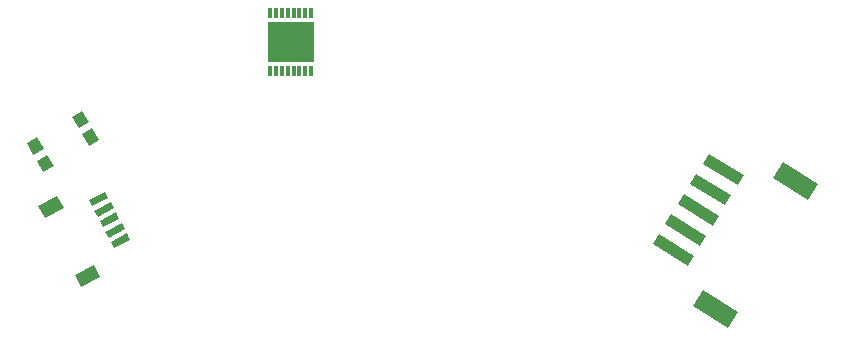
<source format=gbr>
G04 EAGLE Gerber X2 export*
%TF.Part,Single*%
%TF.FileFunction,Paste,Top*%
%TF.FilePolarity,Positive*%
%TF.GenerationSoftware,Autodesk,EAGLE,8.7.1*%
%TF.CreationDate,2019-11-11T18:06:01Z*%
G75*
%MOMM*%
%FSLAX34Y34*%
%LPD*%
%AMOC8*
5,1,8,0,0,1.08239X$1,22.5*%
G01*
%ADD10R,0.300000X0.850000*%
%ADD11R,4.000000X3.450000*%
%ADD12R,1.550000X0.600000*%
%ADD13R,1.800000X1.200000*%
%ADD14R,3.500000X1.000000*%
%ADD15R,3.500000X1.600000*%
%ADD16R,1.100000X1.000000*%


D10*
X-129006Y-24500D03*
X-124006Y-24500D03*
X-119006Y-24500D03*
X-114006Y-24500D03*
X-109006Y-24500D03*
X-104006Y-24500D03*
X-99006Y-24500D03*
X-94006Y-24500D03*
X-94006Y24500D03*
X-99006Y24500D03*
X-104006Y24500D03*
X-109006Y24500D03*
X-114006Y24500D03*
X-119006Y24500D03*
X-124006Y24500D03*
X-129006Y24500D03*
D11*
X-111506Y0D03*
D12*
G36*
X-265848Y-131879D02*
X-279533Y-139155D01*
X-282350Y-133857D01*
X-268665Y-126581D01*
X-265848Y-131879D01*
G37*
D13*
G36*
X-303654Y-140654D02*
X-319546Y-149104D01*
X-325180Y-138510D01*
X-309288Y-130060D01*
X-303654Y-140654D01*
G37*
G36*
X-272669Y-198928D02*
X-288561Y-207378D01*
X-294195Y-196784D01*
X-278303Y-188334D01*
X-272669Y-198928D01*
G37*
D12*
G36*
X-261154Y-140708D02*
X-274839Y-147984D01*
X-277656Y-142686D01*
X-263971Y-135410D01*
X-261154Y-140708D01*
G37*
G36*
X-256459Y-149538D02*
X-270144Y-156814D01*
X-272961Y-151516D01*
X-259276Y-144240D01*
X-256459Y-149538D01*
G37*
G36*
X-251764Y-158367D02*
X-265449Y-165643D01*
X-268266Y-160345D01*
X-254581Y-153069D01*
X-251764Y-158367D01*
G37*
G36*
X-247069Y-167197D02*
X-260754Y-174473D01*
X-263571Y-169175D01*
X-249886Y-161899D01*
X-247069Y-167197D01*
G37*
D14*
G36*
X224703Y-189185D02*
X195022Y-170639D01*
X200321Y-162159D01*
X230002Y-180705D01*
X224703Y-189185D01*
G37*
G36*
X235302Y-172224D02*
X205621Y-153678D01*
X210920Y-145198D01*
X240601Y-163744D01*
X235302Y-172224D01*
G37*
G36*
X245900Y-155263D02*
X216219Y-136717D01*
X221518Y-128237D01*
X251199Y-146783D01*
X245900Y-155263D01*
G37*
G36*
X256499Y-138302D02*
X226818Y-119756D01*
X232117Y-111276D01*
X261798Y-129822D01*
X256499Y-138302D01*
G37*
G36*
X267097Y-121341D02*
X237416Y-102795D01*
X242715Y-94315D01*
X272396Y-112861D01*
X267097Y-121341D01*
G37*
D15*
G36*
X326564Y-133738D02*
X296883Y-115192D01*
X305362Y-101624D01*
X335043Y-120170D01*
X326564Y-133738D01*
G37*
G36*
X258734Y-242288D02*
X229053Y-223742D01*
X237532Y-210174D01*
X267213Y-228720D01*
X258734Y-242288D01*
G37*
D16*
G36*
X-329209Y-95201D02*
X-334709Y-85675D01*
X-326049Y-80675D01*
X-320549Y-90201D01*
X-329209Y-95201D01*
G37*
G36*
X-320709Y-109923D02*
X-326209Y-100397D01*
X-317549Y-95397D01*
X-312049Y-104923D01*
X-320709Y-109923D01*
G37*
G36*
X-291004Y-72903D02*
X-296504Y-63377D01*
X-287844Y-58377D01*
X-282344Y-67903D01*
X-291004Y-72903D01*
G37*
G36*
X-282504Y-87626D02*
X-288004Y-78100D01*
X-279344Y-73100D01*
X-273844Y-82626D01*
X-282504Y-87626D01*
G37*
M02*

</source>
